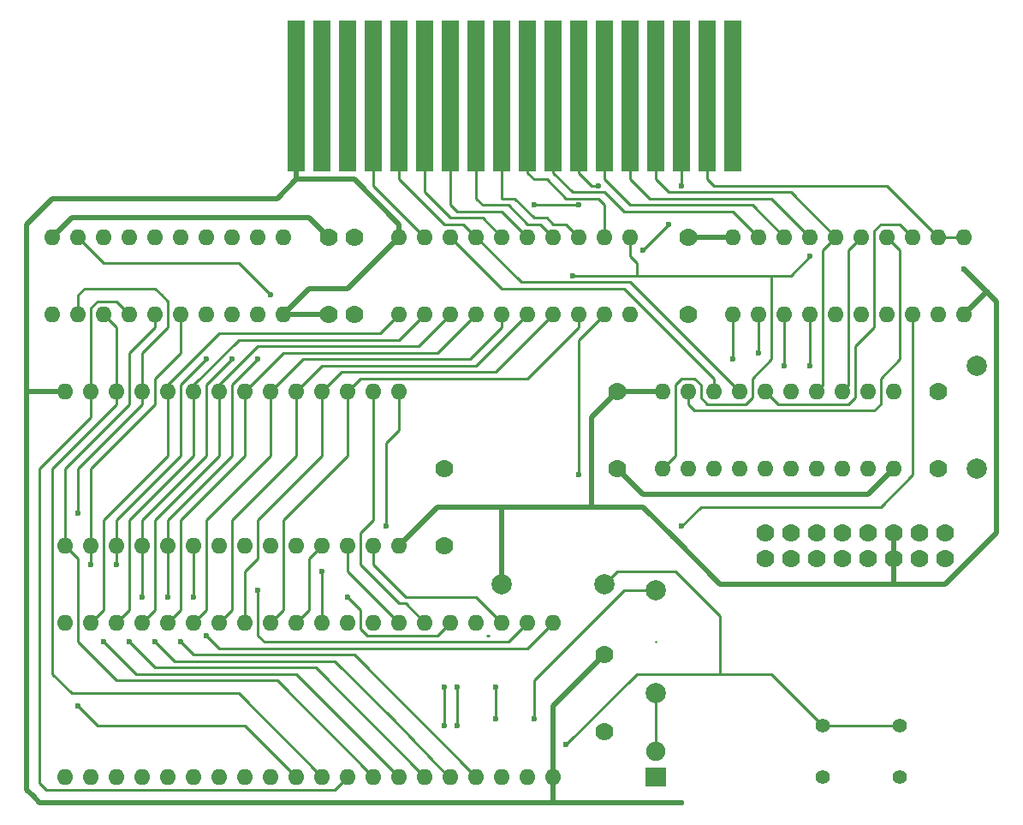
<source format=gtl>
G04 #@! TF.FileFunction,Copper,L1,Top,Signal*
%FSLAX46Y46*%
G04 Gerber Fmt 4.6, Leading zero omitted, Abs format (unit mm)*
G04 Created by KiCad (PCBNEW 4.0.2+e4-6225~38~ubuntu14.04.1-stable) date Thu 16 Jun 2016 02:06:54 PM CEST*
%MOMM*%
G01*
G04 APERTURE LIST*
%ADD10C,0.100000*%
%ADD11C,1.778000*%
%ADD12O,1.600000X1.600000*%
%ADD13R,2.000000X1.900000*%
%ADD14C,1.900000*%
%ADD15R,1.778000X15.000000*%
%ADD16C,1.397000*%
%ADD17C,1.998980*%
%ADD18C,0.600000*%
%ADD19C,0.250000*%
%ADD20C,0.500000*%
G04 APERTURE END LIST*
D10*
D11*
X168275000Y-86360000D03*
X170815000Y-86360000D03*
X173355000Y-86360000D03*
X175895000Y-86360000D03*
X178435000Y-86360000D03*
X180975000Y-86360000D03*
X183515000Y-86360000D03*
X186055000Y-86360000D03*
X186055000Y-83820000D03*
X183515000Y-83820000D03*
X180975000Y-83820000D03*
X178435000Y-83820000D03*
X175895000Y-83820000D03*
X173355000Y-83820000D03*
X170815000Y-83820000D03*
X168275000Y-83820000D03*
D12*
X99060000Y-107950000D03*
X101600000Y-107950000D03*
X104140000Y-107950000D03*
X106680000Y-107950000D03*
X109220000Y-107950000D03*
X111760000Y-107950000D03*
X114300000Y-107950000D03*
X116840000Y-107950000D03*
X119380000Y-107950000D03*
X121920000Y-107950000D03*
X124460000Y-107950000D03*
X127000000Y-107950000D03*
X129540000Y-107950000D03*
X132080000Y-107950000D03*
X134620000Y-107950000D03*
X137160000Y-107950000D03*
X139700000Y-107950000D03*
X142240000Y-107950000D03*
X144780000Y-107950000D03*
X147320000Y-107950000D03*
X147320000Y-92710000D03*
X144780000Y-92710000D03*
X142240000Y-92710000D03*
X139700000Y-92710000D03*
X137160000Y-92710000D03*
X134620000Y-92710000D03*
X132080000Y-92710000D03*
X129540000Y-92710000D03*
X127000000Y-92710000D03*
X124460000Y-92710000D03*
X121920000Y-92710000D03*
X119380000Y-92710000D03*
X116840000Y-92710000D03*
X114300000Y-92710000D03*
X111760000Y-92710000D03*
X109220000Y-92710000D03*
X106680000Y-92710000D03*
X104140000Y-92710000D03*
X101600000Y-92710000D03*
X99060000Y-92710000D03*
X158115000Y-77470000D03*
X160655000Y-77470000D03*
X163195000Y-77470000D03*
X165735000Y-77470000D03*
X168275000Y-77470000D03*
X170815000Y-77470000D03*
X173355000Y-77470000D03*
X175895000Y-77470000D03*
X178435000Y-77470000D03*
X180975000Y-77470000D03*
X180975000Y-69850000D03*
X178435000Y-69850000D03*
X175895000Y-69850000D03*
X173355000Y-69850000D03*
X170815000Y-69850000D03*
X168275000Y-69850000D03*
X165735000Y-69850000D03*
X163195000Y-69850000D03*
X160655000Y-69850000D03*
X158115000Y-69850000D03*
D11*
X125095000Y-54610000D03*
X125095000Y-62230000D03*
D12*
X154940000Y-54610000D03*
X152400000Y-54610000D03*
X149860000Y-54610000D03*
X147320000Y-54610000D03*
X144780000Y-54610000D03*
X142240000Y-54610000D03*
X139700000Y-54610000D03*
X137160000Y-54610000D03*
X134620000Y-54610000D03*
X132080000Y-54610000D03*
X132080000Y-62230000D03*
X134620000Y-62230000D03*
X137160000Y-62230000D03*
X139700000Y-62230000D03*
X142240000Y-62230000D03*
X144780000Y-62230000D03*
X147320000Y-62230000D03*
X149860000Y-62230000D03*
X152400000Y-62230000D03*
X154940000Y-62230000D03*
D13*
X157480000Y-107950000D03*
D14*
X157480000Y-105410000D03*
D15*
X165100000Y-40640000D03*
X162560000Y-40640000D03*
X160020000Y-40640000D03*
X157480000Y-40640000D03*
X154940000Y-40640000D03*
X152400000Y-40640000D03*
X149860000Y-40640000D03*
X147320000Y-40640000D03*
X144780000Y-40640000D03*
X142240000Y-40640000D03*
X139700000Y-40640000D03*
X137160000Y-40640000D03*
X134620000Y-40640000D03*
X132080000Y-40640000D03*
X129540000Y-40640000D03*
X127000000Y-40640000D03*
X124460000Y-40640000D03*
X121920000Y-40640000D03*
D16*
X173990000Y-107950000D03*
X173990000Y-102870000D03*
X181610000Y-107950000D03*
X181610000Y-102870000D03*
D12*
X187960000Y-54610000D03*
X185420000Y-54610000D03*
X182880000Y-54610000D03*
X180340000Y-54610000D03*
X177800000Y-54610000D03*
X175260000Y-54610000D03*
X172720000Y-54610000D03*
X170180000Y-54610000D03*
X167640000Y-54610000D03*
X165100000Y-54610000D03*
X165100000Y-62230000D03*
X167640000Y-62230000D03*
X170180000Y-62230000D03*
X172720000Y-62230000D03*
X175260000Y-62230000D03*
X177800000Y-62230000D03*
X180340000Y-62230000D03*
X182880000Y-62230000D03*
X185420000Y-62230000D03*
X187960000Y-62230000D03*
X97790000Y-62230000D03*
X100330000Y-62230000D03*
X102870000Y-62230000D03*
X105410000Y-62230000D03*
X107950000Y-62230000D03*
X110490000Y-62230000D03*
X113030000Y-62230000D03*
X115570000Y-62230000D03*
X118110000Y-62230000D03*
X120650000Y-62230000D03*
X120650000Y-54610000D03*
X118110000Y-54610000D03*
X115570000Y-54610000D03*
X113030000Y-54610000D03*
X110490000Y-54610000D03*
X107950000Y-54610000D03*
X105410000Y-54610000D03*
X102870000Y-54610000D03*
X100330000Y-54610000D03*
X97790000Y-54610000D03*
X132080000Y-69850000D03*
X129540000Y-69850000D03*
X127000000Y-69850000D03*
X124460000Y-69850000D03*
X121920000Y-69850000D03*
X119380000Y-69850000D03*
X116840000Y-69850000D03*
X114300000Y-69850000D03*
X111760000Y-69850000D03*
X109220000Y-69850000D03*
X106680000Y-69850000D03*
X104140000Y-69850000D03*
X101600000Y-69850000D03*
X99060000Y-69850000D03*
X99060000Y-85090000D03*
X101600000Y-85090000D03*
X104140000Y-85090000D03*
X106680000Y-85090000D03*
X109220000Y-85090000D03*
X111760000Y-85090000D03*
X114300000Y-85090000D03*
X116840000Y-85090000D03*
X119380000Y-85090000D03*
X121920000Y-85090000D03*
X124460000Y-85090000D03*
X127000000Y-85090000D03*
X129540000Y-85090000D03*
X132080000Y-85090000D03*
D11*
X127635000Y-62230000D03*
X127635000Y-54610000D03*
X160655000Y-62230000D03*
X160655000Y-54610000D03*
X153670000Y-69850000D03*
X153670000Y-77470000D03*
X136525000Y-85090000D03*
X136525000Y-77470000D03*
X152400000Y-103505000D03*
X152400000Y-95885000D03*
X185420000Y-77470000D03*
X185420000Y-69850000D03*
D17*
X189230000Y-77470000D03*
X189230000Y-67310000D03*
X157480000Y-99695000D03*
X157480000Y-89535000D03*
X142240000Y-88900000D03*
X152400000Y-88900000D03*
D18*
X160020000Y-110490000D03*
X187960000Y-57785000D03*
X100330000Y-100965000D03*
X100330000Y-81915000D03*
X102870000Y-94615000D03*
X101600000Y-86995000D03*
X113030000Y-66675000D03*
X104140000Y-86995000D03*
X105410000Y-94615000D03*
X115570000Y-66675000D03*
X107950000Y-94615000D03*
X106680000Y-90170000D03*
X118110000Y-66675000D03*
X110490000Y-94615000D03*
X109220000Y-90170000D03*
X149860000Y-78105000D03*
X119380000Y-60325000D03*
X172720000Y-67310000D03*
X127000000Y-90170000D03*
X130810000Y-83185000D03*
X170180000Y-67310000D03*
X167640000Y-66040000D03*
X124460000Y-87630000D03*
X165100000Y-66675000D03*
X156210000Y-55880000D03*
X158750000Y-53340000D03*
X145415000Y-51435000D03*
X149860000Y-51435000D03*
X172720000Y-56515000D03*
X149225000Y-58420000D03*
X151765000Y-49530000D03*
X141605000Y-102235000D03*
X141605000Y-99060000D03*
X145415000Y-102235000D03*
X148590000Y-104775000D03*
X160020000Y-83185000D03*
X118110000Y-89535000D03*
X137795000Y-99060000D03*
X137795000Y-102870000D03*
X136525000Y-99060000D03*
X136525000Y-102870000D03*
X111760000Y-90170000D03*
X113030000Y-93980000D03*
X160020000Y-49530000D03*
D19*
X140785002Y-93980000D02*
X140970000Y-93980000D01*
X157441900Y-94653100D02*
X157480000Y-94653100D01*
D20*
X147320000Y-110490000D02*
X152400000Y-110490000D01*
X152400000Y-110490000D02*
X154940000Y-110490000D01*
X160020000Y-110490000D02*
X154940000Y-110490000D01*
X95885000Y-109855000D02*
X96520000Y-110490000D01*
X95250000Y-69850000D02*
X95250000Y-97790000D01*
X95250000Y-109220000D02*
X95250000Y-97790000D01*
X95885000Y-109855000D02*
X95250000Y-109220000D01*
X96520000Y-110490000D02*
X147320000Y-110490000D01*
X153670000Y-77470000D02*
X156210000Y-80010000D01*
X178435000Y-80010000D02*
X180975000Y-77470000D01*
X156210000Y-80010000D02*
X178435000Y-80010000D01*
X99060000Y-69850000D02*
X95250000Y-69850000D01*
X160655000Y-54610000D02*
X165100000Y-54610000D01*
X125095000Y-62230000D02*
X120650000Y-62230000D01*
X126365000Y-48895000D02*
X127635000Y-48895000D01*
X121920000Y-48895000D02*
X126365000Y-48895000D01*
X132080000Y-53340000D02*
X132080000Y-54610000D01*
X127635000Y-48895000D02*
X132080000Y-53340000D01*
X122872500Y-60007500D02*
X122555000Y-60325000D01*
X152400000Y-95885000D02*
X147320000Y-100965000D01*
X147320000Y-100965000D02*
X147320000Y-107950000D01*
X121920000Y-48260000D02*
X121920000Y-48895000D01*
X121920000Y-48260000D02*
X121920000Y-40640000D01*
X119380000Y-50800000D02*
X97790000Y-50800000D01*
X95250000Y-68580000D02*
X95250000Y-69850000D01*
X121920000Y-48895000D02*
X120015000Y-50800000D01*
X120015000Y-50800000D02*
X119380000Y-50800000D01*
X95250000Y-68580000D02*
X95250000Y-53340000D01*
X97790000Y-50800000D02*
X95250000Y-53340000D01*
X132080000Y-54610000D02*
X127000000Y-59690000D01*
X123190000Y-59690000D02*
X122555000Y-60325000D01*
X127000000Y-59690000D02*
X125095000Y-59690000D01*
X125095000Y-59690000D02*
X123190000Y-59690000D01*
X122555000Y-60325000D02*
X120650000Y-62230000D01*
X147320000Y-107950000D02*
X147320000Y-110490000D01*
X142240000Y-88900000D02*
X142240000Y-81280000D01*
X187960000Y-57785000D02*
X190500000Y-60325000D01*
X187960000Y-62230000D02*
X190182500Y-60007500D01*
X190182500Y-60007500D02*
X190500000Y-60325000D01*
X151130000Y-81280000D02*
X151130000Y-72390000D01*
X151130000Y-72390000D02*
X153670000Y-69850000D01*
X180975000Y-88900000D02*
X180975000Y-86360000D01*
X156210000Y-81280000D02*
X151130000Y-81280000D01*
X151130000Y-81280000D02*
X142240000Y-81280000D01*
X142240000Y-81280000D02*
X135890000Y-81280000D01*
X135890000Y-81280000D02*
X132080000Y-85090000D01*
X153670000Y-69850000D02*
X158115000Y-69850000D01*
X183515000Y-88900000D02*
X180975000Y-88900000D01*
X186055000Y-88900000D02*
X183515000Y-88900000D01*
X191135000Y-83820000D02*
X186055000Y-88900000D01*
X191135000Y-60960000D02*
X191135000Y-83820000D01*
X190500000Y-60325000D02*
X191135000Y-60960000D01*
X180975000Y-88900000D02*
X163830000Y-88900000D01*
X180975000Y-86360000D02*
X180975000Y-83820000D01*
X97790000Y-54610000D02*
X99695000Y-52705000D01*
X123190000Y-52705000D02*
X125095000Y-54610000D01*
X99695000Y-52705000D02*
X123190000Y-52705000D01*
X159385000Y-84455000D02*
X156210000Y-81280000D01*
X163830000Y-88900000D02*
X159385000Y-84455000D01*
X159087820Y-84157820D02*
X159385000Y-84455000D01*
D19*
X157480000Y-105410000D02*
X157480000Y-99695000D01*
X100330000Y-62230000D02*
X100330000Y-60325000D01*
X106680000Y-66040000D02*
X109220000Y-63500000D01*
X109220000Y-63500000D02*
X109220000Y-60960000D01*
X109220000Y-60960000D02*
X108585000Y-60325000D01*
X106680000Y-66040000D02*
X106680000Y-69850000D01*
X107950000Y-59690000D02*
X108585000Y-60325000D01*
X100965000Y-59690000D02*
X107950000Y-59690000D01*
X100330000Y-60325000D02*
X100965000Y-59690000D01*
X121920000Y-107950000D02*
X116840000Y-102870000D01*
X100330000Y-81915000D02*
X100330000Y-77470000D01*
X100330000Y-77470000D02*
X106680000Y-71120000D01*
X106680000Y-71120000D02*
X106680000Y-69850000D01*
X102235000Y-102870000D02*
X100330000Y-100965000D01*
X116840000Y-102870000D02*
X102235000Y-102870000D01*
X121920000Y-107950000D02*
X121920000Y-107315000D01*
X104140000Y-69850000D02*
X104140000Y-63500000D01*
X104140000Y-63500000D02*
X102870000Y-62230000D01*
X124460000Y-107950000D02*
X116205000Y-99695000D01*
X104140000Y-71120000D02*
X104140000Y-69850000D01*
X97790000Y-77470000D02*
X104140000Y-71120000D01*
X97790000Y-97790000D02*
X97790000Y-77470000D01*
X99695000Y-99695000D02*
X97790000Y-97790000D01*
X100330000Y-99695000D02*
X99695000Y-99695000D01*
X116205000Y-99695000D02*
X100330000Y-99695000D01*
X105410000Y-62230000D02*
X104140000Y-60960000D01*
X101600000Y-61595000D02*
X101600000Y-69850000D01*
X102235000Y-60960000D02*
X101600000Y-61595000D01*
X104140000Y-60960000D02*
X102235000Y-60960000D01*
X127000000Y-107950000D02*
X125730000Y-109220000D01*
X101600000Y-72390000D02*
X101600000Y-69850000D01*
X96520000Y-77470000D02*
X101600000Y-72390000D01*
X96520000Y-108585000D02*
X96520000Y-77470000D01*
X97155000Y-109220000D02*
X96520000Y-108585000D01*
X125730000Y-109220000D02*
X97155000Y-109220000D01*
X105410000Y-71120000D02*
X105410000Y-66040000D01*
X99060000Y-77470000D02*
X105410000Y-71120000D01*
X99060000Y-85090000D02*
X99060000Y-77470000D01*
X107950000Y-63500000D02*
X107950000Y-62230000D01*
X105410000Y-66040000D02*
X107950000Y-63500000D01*
X99060000Y-85090000D02*
X100330000Y-86360000D01*
X120015000Y-98425000D02*
X129540000Y-107950000D01*
X104140000Y-98425000D02*
X120015000Y-98425000D01*
X100330000Y-94615000D02*
X104140000Y-98425000D01*
X100330000Y-86360000D02*
X100330000Y-94615000D01*
X107950000Y-71120000D02*
X107950000Y-68580000D01*
X101600000Y-85090000D02*
X101600000Y-77470000D01*
X101600000Y-77470000D02*
X107950000Y-71120000D01*
X110490000Y-66040000D02*
X110490000Y-62230000D01*
X107950000Y-68580000D02*
X110490000Y-66040000D01*
X101600000Y-85090000D02*
X101600000Y-86995000D01*
X121920000Y-97790000D02*
X132080000Y-107950000D01*
X106045000Y-97790000D02*
X121920000Y-97790000D01*
X102870000Y-94615000D02*
X106045000Y-97790000D01*
X110490000Y-76200000D02*
X110490000Y-69215000D01*
X104140000Y-82550000D02*
X110490000Y-76200000D01*
X104140000Y-82550000D02*
X104140000Y-85090000D01*
X110490000Y-69215000D02*
X113030000Y-66675000D01*
X104140000Y-85090000D02*
X104140000Y-86995000D01*
X105410000Y-94615000D02*
X107950000Y-97155000D01*
X107950000Y-97155000D02*
X123825000Y-97155000D01*
X123825000Y-97155000D02*
X134620000Y-107950000D01*
X113030000Y-76200000D02*
X113030000Y-69215000D01*
X106680000Y-82550000D02*
X113030000Y-76200000D01*
X106680000Y-82550000D02*
X106680000Y-85090000D01*
X113030000Y-69215000D02*
X115570000Y-66675000D01*
X125730000Y-96520000D02*
X131445000Y-102235000D01*
X131445000Y-102235000D02*
X136975002Y-107950000D01*
X106680000Y-85090000D02*
X106680000Y-90170000D01*
X109901250Y-96520000D02*
X125730000Y-96520000D01*
X107950000Y-94615000D02*
X109901250Y-96520000D01*
X109220000Y-85090000D02*
X109220000Y-82550000D01*
X115570000Y-69215000D02*
X118110000Y-66675000D01*
X115570000Y-76200000D02*
X115570000Y-69215000D01*
X109220000Y-82550000D02*
X115570000Y-76200000D01*
X109220000Y-85090000D02*
X109220000Y-90170000D01*
X127635000Y-95885000D02*
X139700000Y-107950000D01*
X111760000Y-95885000D02*
X127635000Y-95885000D01*
X110490000Y-94615000D02*
X111760000Y-95885000D01*
X149860000Y-64770000D02*
X149860000Y-78105000D01*
X149860000Y-64770000D02*
X152400000Y-62230000D01*
X119380000Y-60325000D02*
X116205000Y-57150000D01*
X102870000Y-57150000D02*
X100330000Y-54610000D01*
X116205000Y-57150000D02*
X102870000Y-57150000D01*
X100330000Y-54610000D02*
X100330000Y-55245000D01*
X152400000Y-62230000D02*
X152400000Y-62230000D01*
X172720000Y-62230000D02*
X172720000Y-67310000D01*
X137160000Y-92710000D02*
X135890000Y-93980000D01*
X128270000Y-91440000D02*
X127000000Y-90170000D01*
X128270000Y-93345000D02*
X128270000Y-91440000D01*
X128905000Y-93980000D02*
X128270000Y-93345000D01*
X129540000Y-93980000D02*
X128905000Y-93980000D01*
X135890000Y-93980000D02*
X129540000Y-93980000D01*
X128270000Y-83820000D02*
X128270000Y-86995000D01*
X129540000Y-69850000D02*
X129540000Y-82550000D01*
X129540000Y-82550000D02*
X128270000Y-83820000D01*
X132715000Y-90805000D02*
X134620000Y-92710000D01*
X132080000Y-90805000D02*
X132715000Y-90805000D01*
X128270000Y-86995000D02*
X132080000Y-90805000D01*
X127000000Y-85090000D02*
X127000000Y-87630000D01*
X127000000Y-87630000D02*
X132080000Y-92710000D01*
X130810000Y-74930000D02*
X132080000Y-73660000D01*
X130810000Y-83185000D02*
X130810000Y-74930000D01*
X132080000Y-73660000D02*
X132080000Y-69850000D01*
X170180000Y-67310000D02*
X170180000Y-62230000D01*
X167640000Y-66040000D02*
X167640000Y-62230000D01*
X124460000Y-92710000D02*
X124460000Y-87630000D01*
X165100000Y-66675000D02*
X165100000Y-62230000D01*
X121920000Y-92710000D02*
X123190000Y-91440000D01*
X123190000Y-86360000D02*
X124460000Y-85090000D01*
X123190000Y-91440000D02*
X123190000Y-86360000D01*
X119380000Y-92710000D02*
X120650000Y-91440000D01*
X127000000Y-76200000D02*
X127000000Y-69850000D01*
X120650000Y-82550000D02*
X127000000Y-76200000D01*
X120650000Y-91440000D02*
X120650000Y-82550000D01*
X149860000Y-62230000D02*
X149860000Y-63500000D01*
X128270000Y-68580000D02*
X127000000Y-69850000D01*
X144780000Y-68580000D02*
X128270000Y-68580000D01*
X149860000Y-63500000D02*
X144780000Y-68580000D01*
X116840000Y-92710000D02*
X116840000Y-87630000D01*
X118110000Y-82550000D02*
X124460000Y-76200000D01*
X124460000Y-76200000D02*
X124460000Y-69850000D01*
X118110000Y-86360000D02*
X118110000Y-82550000D01*
X116840000Y-87630000D02*
X118110000Y-86360000D01*
X147320000Y-62230000D02*
X141605000Y-67945000D01*
X126365000Y-67945000D02*
X124460000Y-69850000D01*
X141605000Y-67945000D02*
X126365000Y-67945000D01*
X114300000Y-92710000D02*
X115570000Y-91440000D01*
X121920000Y-76200000D02*
X121920000Y-69850000D01*
X115570000Y-82550000D02*
X121920000Y-76200000D01*
X115570000Y-91440000D02*
X115570000Y-82550000D01*
X144780000Y-62230000D02*
X139700000Y-67310000D01*
X124460000Y-67310000D02*
X121920000Y-69850000D01*
X139700000Y-67310000D02*
X124460000Y-67310000D01*
X111760000Y-92710000D02*
X113030000Y-91440000D01*
X119380000Y-76200000D02*
X119380000Y-69850000D01*
X113030000Y-82550000D02*
X119380000Y-76200000D01*
X113030000Y-91440000D02*
X113030000Y-82550000D01*
X119380000Y-69850000D02*
X119380000Y-69850000D01*
X119380000Y-69850000D02*
X122555000Y-66675000D01*
X122555000Y-66675000D02*
X139065000Y-66675000D01*
X139065000Y-66675000D02*
X142240000Y-63500000D01*
X142240000Y-63500000D02*
X142240000Y-62230000D01*
X109220000Y-92710000D02*
X110490000Y-91440000D01*
X116840000Y-76200000D02*
X116840000Y-69850000D01*
X110490000Y-82550000D02*
X116840000Y-76200000D01*
X110490000Y-91440000D02*
X110490000Y-82550000D01*
X139700000Y-62230000D02*
X135890000Y-66040000D01*
X120650000Y-66040000D02*
X116840000Y-69850000D01*
X135890000Y-66040000D02*
X120650000Y-66040000D01*
X118745000Y-65405000D02*
X118110000Y-65405000D01*
X114300000Y-69850000D02*
X114300000Y-69215000D01*
X133985000Y-65405000D02*
X118745000Y-65405000D01*
X133985000Y-65405000D02*
X137160000Y-62230000D01*
X114300000Y-69215000D02*
X118110000Y-65405000D01*
X106680000Y-92710000D02*
X107950000Y-91440000D01*
X114300000Y-76200000D02*
X114300000Y-69850000D01*
X107950000Y-82550000D02*
X114300000Y-76200000D01*
X107950000Y-91440000D02*
X107950000Y-82550000D01*
X118110000Y-64770000D02*
X116205000Y-64770000D01*
X111760000Y-69850000D02*
X111760000Y-69215000D01*
X132080000Y-64770000D02*
X134620000Y-62230000D01*
X132080000Y-64770000D02*
X118110000Y-64770000D01*
X111760000Y-69215000D02*
X116205000Y-64770000D01*
X104140000Y-92710000D02*
X105410000Y-91440000D01*
X111760000Y-76200000D02*
X111760000Y-69850000D01*
X105410000Y-82550000D02*
X111760000Y-76200000D01*
X105410000Y-91440000D02*
X105410000Y-82550000D01*
X114935000Y-64135000D02*
X114300000Y-64135000D01*
X109220000Y-69850000D02*
X109220000Y-69215000D01*
X130175000Y-64135000D02*
X114935000Y-64135000D01*
X130175000Y-64135000D02*
X132080000Y-62230000D01*
X109220000Y-69215000D02*
X114300000Y-64135000D01*
X101600000Y-92710000D02*
X102870000Y-91440000D01*
X109220000Y-76200000D02*
X109220000Y-69850000D01*
X102870000Y-82550000D02*
X109220000Y-76200000D01*
X102870000Y-91440000D02*
X102870000Y-82550000D01*
X158750000Y-53340000D02*
X156210000Y-55880000D01*
X154305000Y-59690000D02*
X163195000Y-68580000D01*
X137160000Y-54610000D02*
X142240000Y-59690000D01*
X154305000Y-59690000D02*
X154305000Y-59690000D01*
X142240000Y-59690000D02*
X154305000Y-59690000D01*
X163195000Y-68580000D02*
X163195000Y-69850000D01*
X145415000Y-51435000D02*
X149860000Y-51435000D01*
X168910000Y-58420000D02*
X168910000Y-60325000D01*
X168910000Y-60325000D02*
X168910000Y-61595000D01*
X161290000Y-68580000D02*
X160655000Y-68580000D01*
X166370000Y-71120000D02*
X162560000Y-71120000D01*
X162560000Y-71120000D02*
X161925000Y-70485000D01*
X161925000Y-70485000D02*
X161925000Y-69215000D01*
X161925000Y-69215000D02*
X161290000Y-68580000D01*
X159385000Y-76200000D02*
X158115000Y-77470000D01*
X167005000Y-68580000D02*
X167005000Y-70485000D01*
X168910000Y-66675000D02*
X167005000Y-68580000D01*
X168910000Y-61595000D02*
X168910000Y-66675000D01*
X167005000Y-70485000D02*
X166370000Y-71120000D01*
X159385000Y-69215000D02*
X159385000Y-76200000D01*
X160020000Y-68580000D02*
X159385000Y-69215000D01*
X160655000Y-68580000D02*
X160020000Y-68580000D01*
X155575000Y-58420000D02*
X168910000Y-58420000D01*
X168910000Y-58420000D02*
X170815000Y-58420000D01*
X170815000Y-58420000D02*
X172720000Y-56515000D01*
X154940000Y-54610000D02*
X154940000Y-56515000D01*
X155575000Y-57150000D02*
X155575000Y-58420000D01*
X154940000Y-56515000D02*
X155575000Y-57150000D01*
X155575000Y-58420000D02*
X154940000Y-58420000D01*
X149225000Y-58420000D02*
X154940000Y-58420000D01*
X163830000Y-49530000D02*
X163195000Y-49530000D01*
X163830000Y-49530000D02*
X180340000Y-49530000D01*
X185420000Y-54610000D02*
X180340000Y-49530000D01*
X162560000Y-48895000D02*
X162560000Y-40640000D01*
X163195000Y-49530000D02*
X162560000Y-48895000D01*
X185420000Y-54610000D02*
X187960000Y-54610000D01*
X162560000Y-48260000D02*
X162560000Y-40640000D01*
X173355000Y-69850000D02*
X173990000Y-69215000D01*
X173990000Y-55880000D02*
X175260000Y-54610000D01*
X173990000Y-69215000D02*
X173990000Y-55880000D01*
X175260000Y-54610000D02*
X170815000Y-50165000D01*
X170815000Y-50165000D02*
X158750000Y-50165000D01*
X158750000Y-50165000D02*
X157480000Y-48895000D01*
X157480000Y-48895000D02*
X157480000Y-40640000D01*
X168910000Y-50800000D02*
X156845000Y-50800000D01*
X156845000Y-50800000D02*
X154940000Y-48895000D01*
X154940000Y-40640000D02*
X154940000Y-48895000D01*
X168910000Y-50800000D02*
X172720000Y-54610000D01*
X170180000Y-54610000D02*
X167005000Y-51435000D01*
X152400000Y-48895000D02*
X152400000Y-40640000D01*
X154940000Y-51435000D02*
X152400000Y-48895000D01*
X167005000Y-51435000D02*
X154940000Y-51435000D01*
X151765000Y-49530000D02*
X151130000Y-49530000D01*
X151130000Y-49530000D02*
X149860000Y-48260000D01*
X149860000Y-40640000D02*
X149860000Y-48260000D01*
X175895000Y-69850000D02*
X176530000Y-69215000D01*
X176530000Y-55880000D02*
X177800000Y-54610000D01*
X176530000Y-69215000D02*
X176530000Y-55880000D01*
X165100000Y-52070000D02*
X154305000Y-52070000D01*
X167640000Y-54610000D02*
X165100000Y-52070000D01*
X147320000Y-48260000D02*
X147320000Y-40640000D01*
X149225000Y-50165000D02*
X147320000Y-48260000D01*
X152400000Y-50165000D02*
X149225000Y-50165000D01*
X154305000Y-52070000D02*
X152400000Y-50165000D01*
X152400000Y-54610000D02*
X152400000Y-51435000D01*
X144780000Y-48260000D02*
X144780000Y-40640000D01*
X145415000Y-48895000D02*
X144780000Y-48260000D01*
X146685000Y-48895000D02*
X145415000Y-48895000D01*
X148590000Y-50800000D02*
X146685000Y-48895000D01*
X151765000Y-50800000D02*
X148590000Y-50800000D01*
X152400000Y-51435000D02*
X151765000Y-50800000D01*
X142240000Y-48895000D02*
X142240000Y-50800000D01*
X147320000Y-53340000D02*
X148590000Y-53340000D01*
X149860000Y-54610000D02*
X148590000Y-53340000D01*
X142240000Y-48895000D02*
X142240000Y-40640000D01*
X146685000Y-52705000D02*
X147320000Y-53340000D01*
X145415000Y-52705000D02*
X146685000Y-52705000D01*
X143510000Y-50800000D02*
X145415000Y-52705000D01*
X142240000Y-50800000D02*
X143510000Y-50800000D01*
X140335000Y-51435000D02*
X142875000Y-51435000D01*
X139700000Y-50800000D02*
X140335000Y-51435000D01*
X139700000Y-40640000D02*
X139700000Y-48895000D01*
X139700000Y-48895000D02*
X139700000Y-50800000D01*
X146050000Y-53340000D02*
X147320000Y-54610000D01*
X144780000Y-53340000D02*
X146050000Y-53340000D01*
X142875000Y-51435000D02*
X144780000Y-53340000D01*
X137160000Y-48895000D02*
X137160000Y-51435000D01*
X137160000Y-40640000D02*
X137160000Y-48895000D01*
X142240000Y-52070000D02*
X144780000Y-54610000D01*
X137795000Y-52070000D02*
X142240000Y-52070000D01*
X137160000Y-51435000D02*
X137795000Y-52070000D01*
X134620000Y-48895000D02*
X134620000Y-50165000D01*
X140335000Y-52705000D02*
X138430000Y-52705000D01*
X134620000Y-40640000D02*
X134620000Y-48895000D01*
X140335000Y-52705000D02*
X142240000Y-54610000D01*
X137160000Y-52705000D02*
X138430000Y-52705000D01*
X134620000Y-50165000D02*
X137160000Y-52705000D01*
X165735000Y-69850000D02*
X154940000Y-59055000D01*
X144145000Y-59055000D02*
X139700000Y-54610000D01*
X154940000Y-59055000D02*
X154940000Y-59055000D01*
X144145000Y-59055000D02*
X154940000Y-59055000D01*
X139700000Y-54610000D02*
X138430000Y-53340000D01*
X132080000Y-48895000D02*
X132080000Y-40640000D01*
X136525000Y-53340000D02*
X132080000Y-48895000D01*
X138430000Y-53340000D02*
X136525000Y-53340000D01*
X129540000Y-40640000D02*
X129540000Y-49530000D01*
X129540000Y-49530000D02*
X134620000Y-54610000D01*
X182880000Y-54610000D02*
X181610000Y-53340000D01*
X169545000Y-71120000D02*
X176530000Y-71120000D01*
X176530000Y-71120000D02*
X177165000Y-70485000D01*
X177165000Y-70485000D02*
X177165000Y-65405000D01*
X177165000Y-65405000D02*
X179070000Y-63500000D01*
X179070000Y-63500000D02*
X179070000Y-58420000D01*
X169545000Y-71120000D02*
X168275000Y-69850000D01*
X179070000Y-53975000D02*
X179070000Y-58420000D01*
X179705000Y-53340000D02*
X179070000Y-53975000D01*
X181610000Y-53340000D02*
X179705000Y-53340000D01*
X162560000Y-71755000D02*
X161290000Y-71755000D01*
X179070000Y-71755000D02*
X162560000Y-71755000D01*
X179705000Y-71120000D02*
X179070000Y-71755000D01*
X179705000Y-68580000D02*
X179705000Y-71120000D01*
X181610000Y-66675000D02*
X179705000Y-68580000D01*
X181610000Y-60960000D02*
X181610000Y-66675000D01*
X181610000Y-55880000D02*
X181610000Y-60960000D01*
X180340000Y-54610000D02*
X181610000Y-55880000D01*
X160655000Y-71120000D02*
X160655000Y-69850000D01*
X161290000Y-71755000D02*
X160655000Y-71120000D01*
X141605000Y-99060000D02*
X141605000Y-102235000D01*
X157480000Y-89535000D02*
X154305000Y-89535000D01*
X145415000Y-98425000D02*
X145415000Y-102235000D01*
X154305000Y-89535000D02*
X145415000Y-98425000D01*
X152400000Y-88900000D02*
X153670000Y-87630000D01*
X163830000Y-92075000D02*
X163830000Y-97790000D01*
X159385000Y-87630000D02*
X163830000Y-92075000D01*
X153670000Y-87630000D02*
X159385000Y-87630000D01*
X155575000Y-97790000D02*
X163830000Y-97790000D01*
X163830000Y-97790000D02*
X168910000Y-97790000D01*
X148590000Y-104775000D02*
X155575000Y-97790000D01*
X173990000Y-102870000D02*
X168910000Y-97790000D01*
X173990000Y-102870000D02*
X181610000Y-102870000D01*
X168910000Y-81280000D02*
X161925000Y-81280000D01*
X168910000Y-81280000D02*
X179705000Y-81280000D01*
X179705000Y-81280000D02*
X182880000Y-78105000D01*
X182880000Y-62230000D02*
X182880000Y-78105000D01*
X161925000Y-81280000D02*
X160020000Y-83185000D01*
X118110000Y-89535000D02*
X118110000Y-93980000D01*
X142875000Y-94615000D02*
X144780000Y-92710000D01*
X118745000Y-94615000D02*
X142875000Y-94615000D01*
X118110000Y-93980000D02*
X118745000Y-94615000D01*
X137795000Y-99060000D02*
X137795000Y-102870000D01*
X136525000Y-102870000D02*
X136525000Y-99060000D01*
X113030000Y-93980000D02*
X114300000Y-95250000D01*
X111760000Y-85090000D02*
X111760000Y-90170000D01*
X144780000Y-95250000D02*
X147320000Y-92710000D01*
X142875000Y-95250000D02*
X144780000Y-95250000D01*
X114300000Y-95250000D02*
X142875000Y-95250000D01*
X129540000Y-85090000D02*
X129540000Y-86995000D01*
X139700000Y-90170000D02*
X142240000Y-92710000D01*
X132715000Y-90170000D02*
X139700000Y-90170000D01*
X129540000Y-86995000D02*
X132715000Y-90170000D01*
X160020000Y-49530000D02*
X160020000Y-40640000D01*
M02*

</source>
